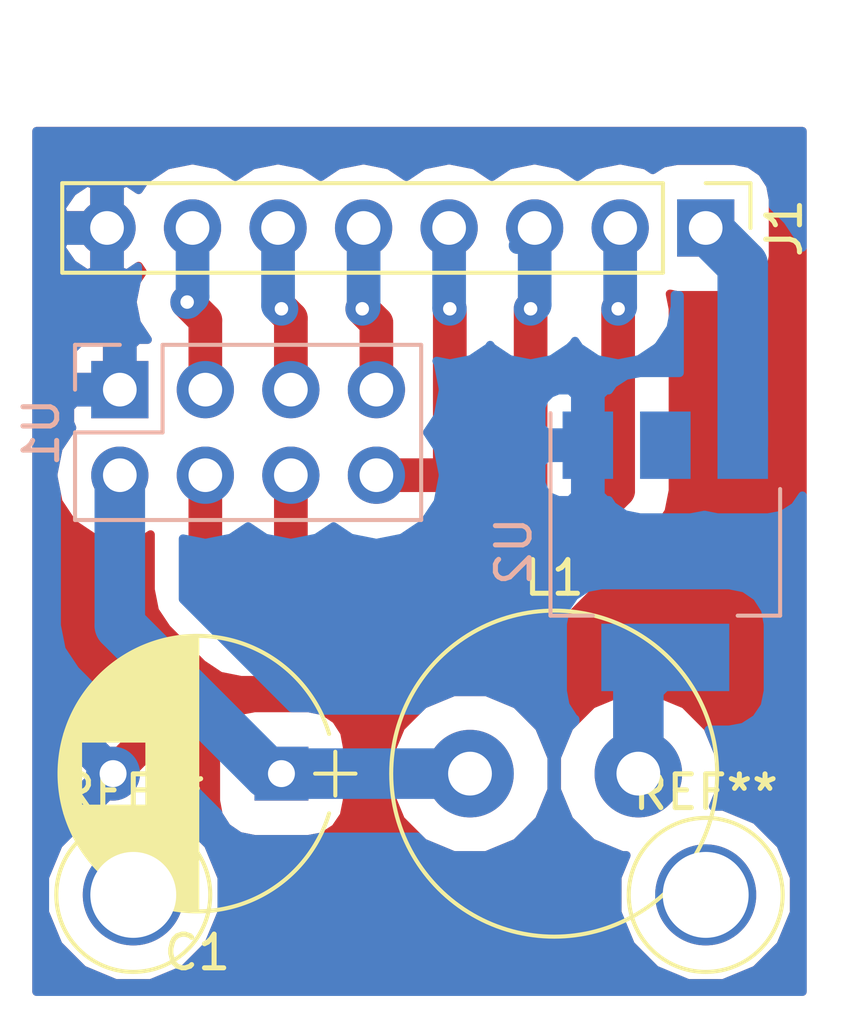
<source format=kicad_pcb>
(kicad_pcb (version 4) (host pcbnew 4.0.7-e2-6376~61~ubuntu18.04.1)

  (general
    (links 14)
    (no_connects 1)
    (area 0 0 0 0)
    (thickness 1.6)
    (drawings 0)
    (tracks 46)
    (zones 0)
    (modules 7)
    (nets 11)
  )

  (page A4)
  (layers
    (0 F.Cu signal)
    (31 B.Cu signal)
    (32 B.Adhes user)
    (33 F.Adhes user)
    (34 B.Paste user)
    (35 F.Paste user)
    (36 B.SilkS user hide)
    (37 F.SilkS user hide)
    (38 B.Mask user hide)
    (39 F.Mask user hide)
    (40 Dwgs.User user hide)
    (41 Cmts.User user hide)
    (42 Eco1.User user hide)
    (43 Eco2.User user hide)
    (44 Edge.Cuts user)
    (45 Margin user)
    (46 B.CrtYd user)
    (47 F.CrtYd user)
    (48 B.Fab user)
    (49 F.Fab user)
  )

  (setup
    (last_trace_width 1)
    (user_trace_width 0.5)
    (user_trace_width 0.75)
    (user_trace_width 1)
    (user_trace_width 1.25)
    (user_trace_width 1.5)
    (trace_clearance 0.2)
    (zone_clearance 1)
    (zone_45_only no)
    (trace_min 0.2)
    (segment_width 0.2)
    (edge_width 0.15)
    (via_size 0.6)
    (via_drill 0.4)
    (via_min_size 0.4)
    (via_min_drill 0.3)
    (uvia_size 0.3)
    (uvia_drill 0.1)
    (uvias_allowed no)
    (uvia_min_size 0.2)
    (uvia_min_drill 0.1)
    (pcb_text_width 0.3)
    (pcb_text_size 1.5 1.5)
    (mod_edge_width 0.15)
    (mod_text_size 1 1)
    (mod_text_width 0.15)
    (pad_size 3 3)
    (pad_drill 2.55)
    (pad_to_mask_clearance 0.2)
    (aux_axis_origin 0 0)
    (visible_elements FFFFFF1F)
    (pcbplotparams
      (layerselection 0x00030_80000001)
      (usegerberextensions false)
      (excludeedgelayer true)
      (linewidth 0.100000)
      (plotframeref false)
      (viasonmask false)
      (mode 1)
      (useauxorigin false)
      (hpglpennumber 1)
      (hpglpenspeed 20)
      (hpglpendiameter 15)
      (hpglpenoverlay 2)
      (psnegative false)
      (psa4output false)
      (plotreference true)
      (plotvalue true)
      (plotinvisibletext false)
      (padsonsilk false)
      (subtractmaskfromsilk false)
      (outputformat 1)
      (mirror false)
      (drillshape 1)
      (scaleselection 1)
      (outputdirectory ""))
  )

  (net 0 "")
  (net 1 +3V3)
  (net 2 GND)
  (net 3 +5V)
  (net 4 "Net-(J1-Pad2)")
  (net 5 "Net-(J1-Pad3)")
  (net 6 "Net-(J1-Pad4)")
  (net 7 "Net-(J1-Pad5)")
  (net 8 "Net-(J1-Pad6)")
  (net 9 "Net-(J1-Pad7)")
  (net 10 "Net-(L1-Pad2)")

  (net_class Default "This is the default net class."
    (clearance 0.2)
    (trace_width 0.25)
    (via_dia 0.6)
    (via_drill 0.4)
    (uvia_dia 0.3)
    (uvia_drill 0.1)
    (add_net +3V3)
    (add_net +5V)
    (add_net GND)
    (add_net "Net-(J1-Pad2)")
    (add_net "Net-(J1-Pad3)")
    (add_net "Net-(J1-Pad4)")
    (add_net "Net-(J1-Pad5)")
    (add_net "Net-(J1-Pad6)")
    (add_net "Net-(J1-Pad7)")
    (add_net "Net-(L1-Pad2)")
  )

  (module Capacitors_THT:CP_Radial_D8.0mm_P5.00mm (layer F.Cu) (tedit 597BC7C2) (tstamp 5BC1D498)
    (at 126.6 116.8 180)
    (descr "CP, Radial series, Radial, pin pitch=5.00mm, , diameter=8mm, Electrolytic Capacitor")
    (tags "CP Radial series Radial pin pitch 5.00mm  diameter 8mm Electrolytic Capacitor")
    (path /5BC1F5D0)
    (fp_text reference C1 (at 2.5 -5.31 180) (layer F.SilkS)
      (effects (font (size 1 1) (thickness 0.15)))
    )
    (fp_text value CP (at 2.5 5.31 180) (layer F.Fab)
      (effects (font (size 1 1) (thickness 0.15)))
    )
    (fp_arc (start 2.5 0) (end -1.416082 -1.18) (angle 146.5) (layer F.SilkS) (width 0.12))
    (fp_arc (start 2.5 0) (end -1.416082 1.18) (angle -146.5) (layer F.SilkS) (width 0.12))
    (fp_arc (start 2.5 0) (end 6.416082 -1.18) (angle 33.5) (layer F.SilkS) (width 0.12))
    (fp_circle (center 2.5 0) (end 6.5 0) (layer F.Fab) (width 0.1))
    (fp_line (start -2.2 0) (end -1 0) (layer F.Fab) (width 0.1))
    (fp_line (start -1.6 -0.65) (end -1.6 0.65) (layer F.Fab) (width 0.1))
    (fp_line (start 2.5 -4.05) (end 2.5 4.05) (layer F.SilkS) (width 0.12))
    (fp_line (start 2.54 -4.05) (end 2.54 4.05) (layer F.SilkS) (width 0.12))
    (fp_line (start 2.58 -4.05) (end 2.58 4.05) (layer F.SilkS) (width 0.12))
    (fp_line (start 2.62 -4.049) (end 2.62 4.049) (layer F.SilkS) (width 0.12))
    (fp_line (start 2.66 -4.047) (end 2.66 4.047) (layer F.SilkS) (width 0.12))
    (fp_line (start 2.7 -4.046) (end 2.7 4.046) (layer F.SilkS) (width 0.12))
    (fp_line (start 2.74 -4.043) (end 2.74 4.043) (layer F.SilkS) (width 0.12))
    (fp_line (start 2.78 -4.041) (end 2.78 4.041) (layer F.SilkS) (width 0.12))
    (fp_line (start 2.82 -4.038) (end 2.82 4.038) (layer F.SilkS) (width 0.12))
    (fp_line (start 2.86 -4.035) (end 2.86 4.035) (layer F.SilkS) (width 0.12))
    (fp_line (start 2.9 -4.031) (end 2.9 4.031) (layer F.SilkS) (width 0.12))
    (fp_line (start 2.94 -4.027) (end 2.94 4.027) (layer F.SilkS) (width 0.12))
    (fp_line (start 2.98 -4.022) (end 2.98 4.022) (layer F.SilkS) (width 0.12))
    (fp_line (start 3.02 -4.017) (end 3.02 4.017) (layer F.SilkS) (width 0.12))
    (fp_line (start 3.06 -4.012) (end 3.06 4.012) (layer F.SilkS) (width 0.12))
    (fp_line (start 3.1 -4.006) (end 3.1 4.006) (layer F.SilkS) (width 0.12))
    (fp_line (start 3.14 -4) (end 3.14 4) (layer F.SilkS) (width 0.12))
    (fp_line (start 3.18 -3.994) (end 3.18 3.994) (layer F.SilkS) (width 0.12))
    (fp_line (start 3.221 -3.987) (end 3.221 3.987) (layer F.SilkS) (width 0.12))
    (fp_line (start 3.261 -3.979) (end 3.261 3.979) (layer F.SilkS) (width 0.12))
    (fp_line (start 3.301 -3.971) (end 3.301 3.971) (layer F.SilkS) (width 0.12))
    (fp_line (start 3.341 -3.963) (end 3.341 3.963) (layer F.SilkS) (width 0.12))
    (fp_line (start 3.381 -3.955) (end 3.381 3.955) (layer F.SilkS) (width 0.12))
    (fp_line (start 3.421 -3.946) (end 3.421 3.946) (layer F.SilkS) (width 0.12))
    (fp_line (start 3.461 -3.936) (end 3.461 3.936) (layer F.SilkS) (width 0.12))
    (fp_line (start 3.501 -3.926) (end 3.501 3.926) (layer F.SilkS) (width 0.12))
    (fp_line (start 3.541 -3.916) (end 3.541 3.916) (layer F.SilkS) (width 0.12))
    (fp_line (start 3.581 -3.905) (end 3.581 3.905) (layer F.SilkS) (width 0.12))
    (fp_line (start 3.621 -3.894) (end 3.621 3.894) (layer F.SilkS) (width 0.12))
    (fp_line (start 3.661 -3.883) (end 3.661 3.883) (layer F.SilkS) (width 0.12))
    (fp_line (start 3.701 -3.87) (end 3.701 3.87) (layer F.SilkS) (width 0.12))
    (fp_line (start 3.741 -3.858) (end 3.741 3.858) (layer F.SilkS) (width 0.12))
    (fp_line (start 3.781 -3.845) (end 3.781 3.845) (layer F.SilkS) (width 0.12))
    (fp_line (start 3.821 -3.832) (end 3.821 3.832) (layer F.SilkS) (width 0.12))
    (fp_line (start 3.861 -3.818) (end 3.861 3.818) (layer F.SilkS) (width 0.12))
    (fp_line (start 3.901 -3.803) (end 3.901 3.803) (layer F.SilkS) (width 0.12))
    (fp_line (start 3.941 -3.789) (end 3.941 3.789) (layer F.SilkS) (width 0.12))
    (fp_line (start 3.981 -3.773) (end 3.981 3.773) (layer F.SilkS) (width 0.12))
    (fp_line (start 4.021 -3.758) (end 4.021 -0.98) (layer F.SilkS) (width 0.12))
    (fp_line (start 4.021 0.98) (end 4.021 3.758) (layer F.SilkS) (width 0.12))
    (fp_line (start 4.061 -3.741) (end 4.061 -0.98) (layer F.SilkS) (width 0.12))
    (fp_line (start 4.061 0.98) (end 4.061 3.741) (layer F.SilkS) (width 0.12))
    (fp_line (start 4.101 -3.725) (end 4.101 -0.98) (layer F.SilkS) (width 0.12))
    (fp_line (start 4.101 0.98) (end 4.101 3.725) (layer F.SilkS) (width 0.12))
    (fp_line (start 4.141 -3.707) (end 4.141 -0.98) (layer F.SilkS) (width 0.12))
    (fp_line (start 4.141 0.98) (end 4.141 3.707) (layer F.SilkS) (width 0.12))
    (fp_line (start 4.181 -3.69) (end 4.181 -0.98) (layer F.SilkS) (width 0.12))
    (fp_line (start 4.181 0.98) (end 4.181 3.69) (layer F.SilkS) (width 0.12))
    (fp_line (start 4.221 -3.671) (end 4.221 -0.98) (layer F.SilkS) (width 0.12))
    (fp_line (start 4.221 0.98) (end 4.221 3.671) (layer F.SilkS) (width 0.12))
    (fp_line (start 4.261 -3.652) (end 4.261 -0.98) (layer F.SilkS) (width 0.12))
    (fp_line (start 4.261 0.98) (end 4.261 3.652) (layer F.SilkS) (width 0.12))
    (fp_line (start 4.301 -3.633) (end 4.301 -0.98) (layer F.SilkS) (width 0.12))
    (fp_line (start 4.301 0.98) (end 4.301 3.633) (layer F.SilkS) (width 0.12))
    (fp_line (start 4.341 -3.613) (end 4.341 -0.98) (layer F.SilkS) (width 0.12))
    (fp_line (start 4.341 0.98) (end 4.341 3.613) (layer F.SilkS) (width 0.12))
    (fp_line (start 4.381 -3.593) (end 4.381 -0.98) (layer F.SilkS) (width 0.12))
    (fp_line (start 4.381 0.98) (end 4.381 3.593) (layer F.SilkS) (width 0.12))
    (fp_line (start 4.421 -3.572) (end 4.421 -0.98) (layer F.SilkS) (width 0.12))
    (fp_line (start 4.421 0.98) (end 4.421 3.572) (layer F.SilkS) (width 0.12))
    (fp_line (start 4.461 -3.55) (end 4.461 -0.98) (layer F.SilkS) (width 0.12))
    (fp_line (start 4.461 0.98) (end 4.461 3.55) (layer F.SilkS) (width 0.12))
    (fp_line (start 4.501 -3.528) (end 4.501 -0.98) (layer F.SilkS) (width 0.12))
    (fp_line (start 4.501 0.98) (end 4.501 3.528) (layer F.SilkS) (width 0.12))
    (fp_line (start 4.541 -3.505) (end 4.541 -0.98) (layer F.SilkS) (width 0.12))
    (fp_line (start 4.541 0.98) (end 4.541 3.505) (layer F.SilkS) (width 0.12))
    (fp_line (start 4.581 -3.482) (end 4.581 -0.98) (layer F.SilkS) (width 0.12))
    (fp_line (start 4.581 0.98) (end 4.581 3.482) (layer F.SilkS) (width 0.12))
    (fp_line (start 4.621 -3.458) (end 4.621 -0.98) (layer F.SilkS) (width 0.12))
    (fp_line (start 4.621 0.98) (end 4.621 3.458) (layer F.SilkS) (width 0.12))
    (fp_line (start 4.661 -3.434) (end 4.661 -0.98) (layer F.SilkS) (width 0.12))
    (fp_line (start 4.661 0.98) (end 4.661 3.434) (layer F.SilkS) (width 0.12))
    (fp_line (start 4.701 -3.408) (end 4.701 -0.98) (layer F.SilkS) (width 0.12))
    (fp_line (start 4.701 0.98) (end 4.701 3.408) (layer F.SilkS) (width 0.12))
    (fp_line (start 4.741 -3.383) (end 4.741 -0.98) (layer F.SilkS) (width 0.12))
    (fp_line (start 4.741 0.98) (end 4.741 3.383) (layer F.SilkS) (width 0.12))
    (fp_line (start 4.781 -3.356) (end 4.781 -0.98) (layer F.SilkS) (width 0.12))
    (fp_line (start 4.781 0.98) (end 4.781 3.356) (layer F.SilkS) (width 0.12))
    (fp_line (start 4.821 -3.329) (end 4.821 -0.98) (layer F.SilkS) (width 0.12))
    (fp_line (start 4.821 0.98) (end 4.821 3.329) (layer F.SilkS) (width 0.12))
    (fp_line (start 4.861 -3.301) (end 4.861 -0.98) (layer F.SilkS) (width 0.12))
    (fp_line (start 4.861 0.98) (end 4.861 3.301) (layer F.SilkS) (width 0.12))
    (fp_line (start 4.901 -3.272) (end 4.901 -0.98) (layer F.SilkS) (width 0.12))
    (fp_line (start 4.901 0.98) (end 4.901 3.272) (layer F.SilkS) (width 0.12))
    (fp_line (start 4.941 -3.243) (end 4.941 -0.98) (layer F.SilkS) (width 0.12))
    (fp_line (start 4.941 0.98) (end 4.941 3.243) (layer F.SilkS) (width 0.12))
    (fp_line (start 4.981 -3.213) (end 4.981 -0.98) (layer F.SilkS) (width 0.12))
    (fp_line (start 4.981 0.98) (end 4.981 3.213) (layer F.SilkS) (width 0.12))
    (fp_line (start 5.021 -3.182) (end 5.021 -0.98) (layer F.SilkS) (width 0.12))
    (fp_line (start 5.021 0.98) (end 5.021 3.182) (layer F.SilkS) (width 0.12))
    (fp_line (start 5.061 -3.15) (end 5.061 -0.98) (layer F.SilkS) (width 0.12))
    (fp_line (start 5.061 0.98) (end 5.061 3.15) (layer F.SilkS) (width 0.12))
    (fp_line (start 5.101 -3.118) (end 5.101 -0.98) (layer F.SilkS) (width 0.12))
    (fp_line (start 5.101 0.98) (end 5.101 3.118) (layer F.SilkS) (width 0.12))
    (fp_line (start 5.141 -3.084) (end 5.141 -0.98) (layer F.SilkS) (width 0.12))
    (fp_line (start 5.141 0.98) (end 5.141 3.084) (layer F.SilkS) (width 0.12))
    (fp_line (start 5.181 -3.05) (end 5.181 -0.98) (layer F.SilkS) (width 0.12))
    (fp_line (start 5.181 0.98) (end 5.181 3.05) (layer F.SilkS) (width 0.12))
    (fp_line (start 5.221 -3.015) (end 5.221 -0.98) (layer F.SilkS) (width 0.12))
    (fp_line (start 5.221 0.98) (end 5.221 3.015) (layer F.SilkS) (width 0.12))
    (fp_line (start 5.261 -2.979) (end 5.261 -0.98) (layer F.SilkS) (width 0.12))
    (fp_line (start 5.261 0.98) (end 5.261 2.979) (layer F.SilkS) (width 0.12))
    (fp_line (start 5.301 -2.942) (end 5.301 -0.98) (layer F.SilkS) (width 0.12))
    (fp_line (start 5.301 0.98) (end 5.301 2.942) (layer F.SilkS) (width 0.12))
    (fp_line (start 5.341 -2.904) (end 5.341 -0.98) (layer F.SilkS) (width 0.12))
    (fp_line (start 5.341 0.98) (end 5.341 2.904) (layer F.SilkS) (width 0.12))
    (fp_line (start 5.381 -2.865) (end 5.381 -0.98) (layer F.SilkS) (width 0.12))
    (fp_line (start 5.381 0.98) (end 5.381 2.865) (layer F.SilkS) (width 0.12))
    (fp_line (start 5.421 -2.824) (end 5.421 -0.98) (layer F.SilkS) (width 0.12))
    (fp_line (start 5.421 0.98) (end 5.421 2.824) (layer F.SilkS) (width 0.12))
    (fp_line (start 5.461 -2.783) (end 5.461 -0.98) (layer F.SilkS) (width 0.12))
    (fp_line (start 5.461 0.98) (end 5.461 2.783) (layer F.SilkS) (width 0.12))
    (fp_line (start 5.501 -2.74) (end 5.501 -0.98) (layer F.SilkS) (width 0.12))
    (fp_line (start 5.501 0.98) (end 5.501 2.74) (layer F.SilkS) (width 0.12))
    (fp_line (start 5.541 -2.697) (end 5.541 -0.98) (layer F.SilkS) (width 0.12))
    (fp_line (start 5.541 0.98) (end 5.541 2.697) (layer F.SilkS) (width 0.12))
    (fp_line (start 5.581 -2.652) (end 5.581 -0.98) (layer F.SilkS) (width 0.12))
    (fp_line (start 5.581 0.98) (end 5.581 2.652) (layer F.SilkS) (width 0.12))
    (fp_line (start 5.621 -2.605) (end 5.621 -0.98) (layer F.SilkS) (width 0.12))
    (fp_line (start 5.621 0.98) (end 5.621 2.605) (layer F.SilkS) (width 0.12))
    (fp_line (start 5.661 -2.557) (end 5.661 -0.98) (layer F.SilkS) (width 0.12))
    (fp_line (start 5.661 0.98) (end 5.661 2.557) (layer F.SilkS) (width 0.12))
    (fp_line (start 5.701 -2.508) (end 5.701 -0.98) (layer F.SilkS) (width 0.12))
    (fp_line (start 5.701 0.98) (end 5.701 2.508) (layer F.SilkS) (width 0.12))
    (fp_line (start 5.741 -2.457) (end 5.741 -0.98) (layer F.SilkS) (width 0.12))
    (fp_line (start 5.741 0.98) (end 5.741 2.457) (layer F.SilkS) (width 0.12))
    (fp_line (start 5.781 -2.404) (end 5.781 -0.98) (layer F.SilkS) (width 0.12))
    (fp_line (start 5.781 0.98) (end 5.781 2.404) (layer F.SilkS) (width 0.12))
    (fp_line (start 5.821 -2.349) (end 5.821 -0.98) (layer F.SilkS) (width 0.12))
    (fp_line (start 5.821 0.98) (end 5.821 2.349) (layer F.SilkS) (width 0.12))
    (fp_line (start 5.861 -2.293) (end 5.861 -0.98) (layer F.SilkS) (width 0.12))
    (fp_line (start 5.861 0.98) (end 5.861 2.293) (layer F.SilkS) (width 0.12))
    (fp_line (start 5.901 -2.234) (end 5.901 -0.98) (layer F.SilkS) (width 0.12))
    (fp_line (start 5.901 0.98) (end 5.901 2.234) (layer F.SilkS) (width 0.12))
    (fp_line (start 5.941 -2.173) (end 5.941 -0.98) (layer F.SilkS) (width 0.12))
    (fp_line (start 5.941 0.98) (end 5.941 2.173) (layer F.SilkS) (width 0.12))
    (fp_line (start 5.981 -2.109) (end 5.981 2.109) (layer F.SilkS) (width 0.12))
    (fp_line (start 6.021 -2.043) (end 6.021 2.043) (layer F.SilkS) (width 0.12))
    (fp_line (start 6.061 -1.974) (end 6.061 1.974) (layer F.SilkS) (width 0.12))
    (fp_line (start 6.101 -1.902) (end 6.101 1.902) (layer F.SilkS) (width 0.12))
    (fp_line (start 6.141 -1.826) (end 6.141 1.826) (layer F.SilkS) (width 0.12))
    (fp_line (start 6.181 -1.745) (end 6.181 1.745) (layer F.SilkS) (width 0.12))
    (fp_line (start 6.221 -1.66) (end 6.221 1.66) (layer F.SilkS) (width 0.12))
    (fp_line (start 6.261 -1.57) (end 6.261 1.57) (layer F.SilkS) (width 0.12))
    (fp_line (start 6.301 -1.473) (end 6.301 1.473) (layer F.SilkS) (width 0.12))
    (fp_line (start 6.341 -1.369) (end 6.341 1.369) (layer F.SilkS) (width 0.12))
    (fp_line (start 6.381 -1.254) (end 6.381 1.254) (layer F.SilkS) (width 0.12))
    (fp_line (start 6.421 -1.127) (end 6.421 1.127) (layer F.SilkS) (width 0.12))
    (fp_line (start 6.461 -0.983) (end 6.461 0.983) (layer F.SilkS) (width 0.12))
    (fp_line (start 6.501 -0.814) (end 6.501 0.814) (layer F.SilkS) (width 0.12))
    (fp_line (start 6.541 -0.598) (end 6.541 0.598) (layer F.SilkS) (width 0.12))
    (fp_line (start 6.581 -0.246) (end 6.581 0.246) (layer F.SilkS) (width 0.12))
    (fp_line (start -2.2 0) (end -1 0) (layer F.SilkS) (width 0.12))
    (fp_line (start -1.6 -0.65) (end -1.6 0.65) (layer F.SilkS) (width 0.12))
    (fp_line (start -1.85 -4.35) (end -1.85 4.35) (layer F.CrtYd) (width 0.05))
    (fp_line (start -1.85 4.35) (end 6.85 4.35) (layer F.CrtYd) (width 0.05))
    (fp_line (start 6.85 4.35) (end 6.85 -4.35) (layer F.CrtYd) (width 0.05))
    (fp_line (start 6.85 -4.35) (end -1.85 -4.35) (layer F.CrtYd) (width 0.05))
    (fp_text user %R (at 2.5 0 180) (layer F.Fab)
      (effects (font (size 1 1) (thickness 0.15)))
    )
    (pad 1 thru_hole rect (at 0 0 180) (size 1.6 1.6) (drill 0.8) (layers *.Cu *.Mask)
      (net 1 +3V3))
    (pad 2 thru_hole circle (at 5 0 180) (size 1.6 1.6) (drill 0.8) (layers *.Cu *.Mask)
      (net 2 GND))
    (model ${KISYS3DMOD}/Capacitors_THT.3dshapes/CP_Radial_D8.0mm_P5.00mm.wrl
      (at (xyz 0 0 0))
      (scale (xyz 1 1 1))
      (rotate (xyz 0 0 0))
    )
  )

  (module Pin_Headers:Pin_Header_Straight_1x08_Pitch2.54mm (layer F.Cu) (tedit 59650532) (tstamp 5BC1D4A4)
    (at 139.2 100.6 270)
    (descr "Through hole straight pin header, 1x08, 2.54mm pitch, single row")
    (tags "Through hole pin header THT 1x08 2.54mm single row")
    (path /5BC1F247)
    (fp_text reference J1 (at 0 -2.33 270) (layer F.SilkS)
      (effects (font (size 1 1) (thickness 0.15)))
    )
    (fp_text value Conn_01x08_Male (at 0 20.11 270) (layer F.Fab)
      (effects (font (size 1 1) (thickness 0.15)))
    )
    (fp_line (start -0.635 -1.27) (end 1.27 -1.27) (layer F.Fab) (width 0.1))
    (fp_line (start 1.27 -1.27) (end 1.27 19.05) (layer F.Fab) (width 0.1))
    (fp_line (start 1.27 19.05) (end -1.27 19.05) (layer F.Fab) (width 0.1))
    (fp_line (start -1.27 19.05) (end -1.27 -0.635) (layer F.Fab) (width 0.1))
    (fp_line (start -1.27 -0.635) (end -0.635 -1.27) (layer F.Fab) (width 0.1))
    (fp_line (start -1.33 19.11) (end 1.33 19.11) (layer F.SilkS) (width 0.12))
    (fp_line (start -1.33 1.27) (end -1.33 19.11) (layer F.SilkS) (width 0.12))
    (fp_line (start 1.33 1.27) (end 1.33 19.11) (layer F.SilkS) (width 0.12))
    (fp_line (start -1.33 1.27) (end 1.33 1.27) (layer F.SilkS) (width 0.12))
    (fp_line (start -1.33 0) (end -1.33 -1.33) (layer F.SilkS) (width 0.12))
    (fp_line (start -1.33 -1.33) (end 0 -1.33) (layer F.SilkS) (width 0.12))
    (fp_line (start -1.8 -1.8) (end -1.8 19.55) (layer F.CrtYd) (width 0.05))
    (fp_line (start -1.8 19.55) (end 1.8 19.55) (layer F.CrtYd) (width 0.05))
    (fp_line (start 1.8 19.55) (end 1.8 -1.8) (layer F.CrtYd) (width 0.05))
    (fp_line (start 1.8 -1.8) (end -1.8 -1.8) (layer F.CrtYd) (width 0.05))
    (fp_text user %R (at 0 8.89 360) (layer F.Fab)
      (effects (font (size 1 1) (thickness 0.15)))
    )
    (pad 1 thru_hole rect (at 0 0 270) (size 1.7 1.7) (drill 1) (layers *.Cu *.Mask)
      (net 3 +5V))
    (pad 2 thru_hole oval (at 0 2.54 270) (size 1.7 1.7) (drill 1) (layers *.Cu *.Mask)
      (net 4 "Net-(J1-Pad2)"))
    (pad 3 thru_hole oval (at 0 5.08 270) (size 1.7 1.7) (drill 1) (layers *.Cu *.Mask)
      (net 5 "Net-(J1-Pad3)"))
    (pad 4 thru_hole oval (at 0 7.62 270) (size 1.7 1.7) (drill 1) (layers *.Cu *.Mask)
      (net 6 "Net-(J1-Pad4)"))
    (pad 5 thru_hole oval (at 0 10.16 270) (size 1.7 1.7) (drill 1) (layers *.Cu *.Mask)
      (net 7 "Net-(J1-Pad5)"))
    (pad 6 thru_hole oval (at 0 12.7 270) (size 1.7 1.7) (drill 1) (layers *.Cu *.Mask)
      (net 8 "Net-(J1-Pad6)"))
    (pad 7 thru_hole oval (at 0 15.24 270) (size 1.7 1.7) (drill 1) (layers *.Cu *.Mask)
      (net 9 "Net-(J1-Pad7)"))
    (pad 8 thru_hole oval (at 0 17.78 270) (size 1.7 1.7) (drill 1) (layers *.Cu *.Mask)
      (net 2 GND))
    (model ${KISYS3DMOD}/Pin_Headers.3dshapes/Pin_Header_Straight_1x08_Pitch2.54mm.wrl
      (at (xyz 0 0 0))
      (scale (xyz 1 1 1))
      (rotate (xyz 0 0 0))
    )
  )

  (module Inductors_THT:L_Radial_D9.5mm_P5.00mm_Fastron_07HVP (layer F.Cu) (tedit 587E3FCE) (tstamp 5BC1D4AA)
    (at 132.2 116.8)
    (descr "L, Radial series, Radial, pin pitch=5.00mm, , diameter=9.5mm, Fastron, 07HVP, http://www.fastrongroup.com/image-show/107/07HVP%2007HVP_T.pdf?type=Complete-DataSheet&productType=series")
    (tags "L Radial series Radial pin pitch 5.00mm  diameter 9.5mm Fastron 07HVP")
    (path /5BC1F639)
    (fp_text reference L1 (at 2.5 -5.81) (layer F.SilkS)
      (effects (font (size 1 1) (thickness 0.15)))
    )
    (fp_text value L (at 2.5 5.81) (layer F.Fab)
      (effects (font (size 1 1) (thickness 0.15)))
    )
    (fp_circle (center 2.5 0) (end 7.25 0) (layer F.Fab) (width 0.1))
    (fp_circle (center 2.5 0) (end 7.34 0) (layer F.SilkS) (width 0.12))
    (fp_line (start -2.6 -5.1) (end -2.6 5.1) (layer F.CrtYd) (width 0.05))
    (fp_line (start -2.6 5.1) (end 7.6 5.1) (layer F.CrtYd) (width 0.05))
    (fp_line (start 7.6 5.1) (end 7.6 -5.1) (layer F.CrtYd) (width 0.05))
    (fp_line (start 7.6 -5.1) (end -2.6 -5.1) (layer F.CrtYd) (width 0.05))
    (pad 1 thru_hole circle (at 0 0) (size 2.6 2.6) (drill 1.3) (layers *.Cu *.Mask)
      (net 1 +3V3))
    (pad 2 thru_hole circle (at 5 0) (size 2.6 2.6) (drill 1.3) (layers *.Cu *.Mask)
      (net 10 "Net-(L1-Pad2)"))
    (model Inductors_THT.3dshapes/L_Radial_D9.5mm_P5.00mm_Fastron_07HVP.wrl
      (at (xyz 0 0 0))
      (scale (xyz 0.393701 0.393701 0.393701))
      (rotate (xyz 0 0 0))
    )
  )

  (module Pin_Headers:Pin_Header_Straight_2x04_Pitch2.54mm (layer B.Cu) (tedit 59650532) (tstamp 5BC1D4B6)
    (at 121.8 105.4 270)
    (descr "Through hole straight pin header, 2x04, 2.54mm pitch, double rows")
    (tags "Through hole pin header THT 2x04 2.54mm double row")
    (path /5BC1F1F0)
    (fp_text reference U1 (at 1.27 2.33 270) (layer B.SilkS)
      (effects (font (size 1 1) (thickness 0.15)) (justify mirror))
    )
    (fp_text value nRF24L01+ (at 1.27 -9.95 270) (layer B.Fab)
      (effects (font (size 1 1) (thickness 0.15)) (justify mirror))
    )
    (fp_line (start 0 1.27) (end 3.81 1.27) (layer B.Fab) (width 0.1))
    (fp_line (start 3.81 1.27) (end 3.81 -8.89) (layer B.Fab) (width 0.1))
    (fp_line (start 3.81 -8.89) (end -1.27 -8.89) (layer B.Fab) (width 0.1))
    (fp_line (start -1.27 -8.89) (end -1.27 0) (layer B.Fab) (width 0.1))
    (fp_line (start -1.27 0) (end 0 1.27) (layer B.Fab) (width 0.1))
    (fp_line (start -1.33 -8.95) (end 3.87 -8.95) (layer B.SilkS) (width 0.12))
    (fp_line (start -1.33 -1.27) (end -1.33 -8.95) (layer B.SilkS) (width 0.12))
    (fp_line (start 3.87 1.33) (end 3.87 -8.95) (layer B.SilkS) (width 0.12))
    (fp_line (start -1.33 -1.27) (end 1.27 -1.27) (layer B.SilkS) (width 0.12))
    (fp_line (start 1.27 -1.27) (end 1.27 1.33) (layer B.SilkS) (width 0.12))
    (fp_line (start 1.27 1.33) (end 3.87 1.33) (layer B.SilkS) (width 0.12))
    (fp_line (start -1.33 0) (end -1.33 1.33) (layer B.SilkS) (width 0.12))
    (fp_line (start -1.33 1.33) (end 0 1.33) (layer B.SilkS) (width 0.12))
    (fp_line (start -1.8 1.8) (end -1.8 -9.4) (layer B.CrtYd) (width 0.05))
    (fp_line (start -1.8 -9.4) (end 4.35 -9.4) (layer B.CrtYd) (width 0.05))
    (fp_line (start 4.35 -9.4) (end 4.35 1.8) (layer B.CrtYd) (width 0.05))
    (fp_line (start 4.35 1.8) (end -1.8 1.8) (layer B.CrtYd) (width 0.05))
    (fp_text user %R (at 1.27 -3.81 540) (layer B.Fab)
      (effects (font (size 1 1) (thickness 0.15)) (justify mirror))
    )
    (pad 1 thru_hole rect (at 0 0 270) (size 1.7 1.7) (drill 1) (layers *.Cu *.Mask)
      (net 2 GND))
    (pad 2 thru_hole oval (at 2.54 0 270) (size 1.7 1.7) (drill 1) (layers *.Cu *.Mask)
      (net 1 +3V3))
    (pad 3 thru_hole oval (at 0 -2.54 270) (size 1.7 1.7) (drill 1) (layers *.Cu *.Mask)
      (net 9 "Net-(J1-Pad7)"))
    (pad 4 thru_hole oval (at 2.54 -2.54 270) (size 1.7 1.7) (drill 1) (layers *.Cu *.Mask)
      (net 4 "Net-(J1-Pad2)"))
    (pad 5 thru_hole oval (at 0 -5.08 270) (size 1.7 1.7) (drill 1) (layers *.Cu *.Mask)
      (net 8 "Net-(J1-Pad6)"))
    (pad 6 thru_hole oval (at 2.54 -5.08 270) (size 1.7 1.7) (drill 1) (layers *.Cu *.Mask)
      (net 5 "Net-(J1-Pad3)"))
    (pad 7 thru_hole oval (at 0 -7.62 270) (size 1.7 1.7) (drill 1) (layers *.Cu *.Mask)
      (net 7 "Net-(J1-Pad5)"))
    (pad 8 thru_hole oval (at 2.54 -7.62 270) (size 1.7 1.7) (drill 1) (layers *.Cu *.Mask)
      (net 6 "Net-(J1-Pad4)"))
    (model ${KISYS3DMOD}/Pin_Headers.3dshapes/Pin_Header_Straight_2x04_Pitch2.54mm.wrl
      (at (xyz 0 0 0))
      (scale (xyz 1 1 1))
      (rotate (xyz 0 0 0))
    )
  )

  (module TO_SOT_Packages_SMD:SOT-223-3_TabPin2 (layer B.Cu) (tedit 58CE4E7E) (tstamp 5BC1D4BE)
    (at 138 110.2 270)
    (descr "module CMS SOT223 4 pins")
    (tags "CMS SOT")
    (path /5BC1F31B)
    (attr smd)
    (fp_text reference U2 (at 0 4.5 270) (layer B.SilkS)
      (effects (font (size 1 1) (thickness 0.15)) (justify mirror))
    )
    (fp_text value AP1117-33 (at 0 -4.5 270) (layer B.Fab)
      (effects (font (size 1 1) (thickness 0.15)) (justify mirror))
    )
    (fp_text user %R (at 0 0 540) (layer B.Fab)
      (effects (font (size 0.8 0.8) (thickness 0.12)) (justify mirror))
    )
    (fp_line (start 1.91 -3.41) (end 1.91 -2.15) (layer B.SilkS) (width 0.12))
    (fp_line (start 1.91 3.41) (end 1.91 2.15) (layer B.SilkS) (width 0.12))
    (fp_line (start 4.4 3.6) (end -4.4 3.6) (layer B.CrtYd) (width 0.05))
    (fp_line (start 4.4 -3.6) (end 4.4 3.6) (layer B.CrtYd) (width 0.05))
    (fp_line (start -4.4 -3.6) (end 4.4 -3.6) (layer B.CrtYd) (width 0.05))
    (fp_line (start -4.4 3.6) (end -4.4 -3.6) (layer B.CrtYd) (width 0.05))
    (fp_line (start -1.85 2.35) (end -0.85 3.35) (layer B.Fab) (width 0.1))
    (fp_line (start -1.85 2.35) (end -1.85 -3.35) (layer B.Fab) (width 0.1))
    (fp_line (start -1.85 -3.41) (end 1.91 -3.41) (layer B.SilkS) (width 0.12))
    (fp_line (start -0.85 3.35) (end 1.85 3.35) (layer B.Fab) (width 0.1))
    (fp_line (start -4.1 3.41) (end 1.91 3.41) (layer B.SilkS) (width 0.12))
    (fp_line (start -1.85 -3.35) (end 1.85 -3.35) (layer B.Fab) (width 0.1))
    (fp_line (start 1.85 3.35) (end 1.85 -3.35) (layer B.Fab) (width 0.1))
    (pad 2 smd rect (at 3.15 0 270) (size 2 3.8) (layers B.Cu B.Paste B.Mask)
      (net 10 "Net-(L1-Pad2)"))
    (pad 2 smd rect (at -3.15 0 270) (size 2 1.5) (layers B.Cu B.Paste B.Mask)
      (net 10 "Net-(L1-Pad2)"))
    (pad 3 smd rect (at -3.15 -2.3 270) (size 2 1.5) (layers B.Cu B.Paste B.Mask)
      (net 3 +5V))
    (pad 1 smd rect (at -3.15 2.3 270) (size 2 1.5) (layers B.Cu B.Paste B.Mask)
      (net 2 GND))
    (model ${KISYS3DMOD}/TO_SOT_Packages_SMD.3dshapes/SOT-223.wrl
      (at (xyz 0 0 0))
      (scale (xyz 1 1 1))
      (rotate (xyz 0 0 0))
    )
  )

  (module Connectors:1pin (layer F.Cu) (tedit 5BC328F4) (tstamp 5BC32815)
    (at 122.2 120.4)
    (descr "module 1 pin (ou trou mecanique de percage)")
    (tags DEV)
    (fp_text reference REF** (at 0 -3.048) (layer F.SilkS)
      (effects (font (size 1 1) (thickness 0.15)))
    )
    (fp_text value 1pin (at 0 3) (layer F.Fab)
      (effects (font (size 1 1) (thickness 0.15)))
    )
    (fp_circle (center 0 0) (end 2 0.8) (layer F.Fab) (width 0.1))
    (fp_circle (center 0 0) (end 2.6 0) (layer F.CrtYd) (width 0.05))
    (fp_circle (center 0 0) (end 0 -2.286) (layer F.SilkS) (width 0.12))
    (pad 1 thru_hole circle (at 0 0) (size 3 3) (drill 2.55) (layers *.Cu *.Mask))
  )

  (module Connectors:1pin (layer F.Cu) (tedit 5BC32973) (tstamp 5BC32958)
    (at 139.2 120.4)
    (descr "module 1 pin (ou trou mecanique de percage)")
    (tags DEV)
    (fp_text reference REF** (at 0 -3.048) (layer F.SilkS)
      (effects (font (size 1 1) (thickness 0.15)))
    )
    (fp_text value 1pin (at 0 3) (layer F.Fab)
      (effects (font (size 1 1) (thickness 0.15)))
    )
    (fp_circle (center 0 0) (end 2 0.8) (layer F.Fab) (width 0.1))
    (fp_circle (center 0 0) (end 2.6 0) (layer F.CrtYd) (width 0.05))
    (fp_circle (center 0 0) (end 0 -2.286) (layer F.SilkS) (width 0.12))
    (pad 1 thru_hole circle (at 0 0) (size 3 3) (drill 2.55) (layers *.Cu *.Mask))
  )

  (segment (start 126.6 116.8) (end 126.2 116.8) (width 1.5) (layer B.Cu) (net 1))
  (segment (start 126.2 116.8) (end 121.8 112.4) (width 1.5) (layer B.Cu) (net 1) (tstamp 5BC1D936))
  (segment (start 121.8 112.4) (end 121.8 107.94) (width 1.5) (layer B.Cu) (net 1) (tstamp 5BC1D937))
  (segment (start 132.2 116.8) (end 126.6 116.8) (width 1.5) (layer B.Cu) (net 1))
  (segment (start 140.3 107.05) (end 140.3 101.7) (width 1.5) (layer B.Cu) (net 3))
  (segment (start 140.3 101.7) (end 139.2 100.6) (width 1.5) (layer B.Cu) (net 3) (tstamp 5BC1D93A))
  (segment (start 124.34 107.94) (end 124.34 111.34) (width 1) (layer F.Cu) (net 4))
  (segment (start 136.66 102.94) (end 136.66 100.6) (width 1) (layer B.Cu) (net 4) (tstamp 5BC32A39))
  (segment (start 136.6 103) (end 136.66 102.94) (width 1) (layer B.Cu) (net 4) (tstamp 5BC32A38))
  (via (at 136.6 103) (size 0.6) (drill 0.4) (layers F.Cu B.Cu) (net 4))
  (segment (start 136.6 108.4) (end 136.6 103) (width 1) (layer F.Cu) (net 4) (tstamp 5BC32A33))
  (segment (start 132.6 112.4) (end 136.6 108.4) (width 1) (layer F.Cu) (net 4) (tstamp 5BC32A30))
  (segment (start 125.4 112.4) (end 132.6 112.4) (width 1) (layer F.Cu) (net 4) (tstamp 5BC32A2C))
  (segment (start 124.34 111.34) (end 125.4 112.4) (width 1) (layer F.Cu) (net 4) (tstamp 5BC32A2A))
  (segment (start 126.88 107.94) (end 126.88 110.08) (width 1) (layer F.Cu) (net 5) (status 400000))
  (segment (start 134.12 102.88) (end 134.12 100.6) (width 1) (layer B.Cu) (net 5) (tstamp 5BC32A79) (status 800000))
  (segment (start 134 103) (end 134.12 102.88) (width 1) (layer B.Cu) (net 5) (tstamp 5BC32A78))
  (via (at 134 103) (size 0.6) (drill 0.4) (layers F.Cu B.Cu) (net 5))
  (segment (start 134 108.4) (end 134 103) (width 1) (layer F.Cu) (net 5) (tstamp 5BC32A6E))
  (segment (start 131.6 110.8) (end 134 108.4) (width 1) (layer F.Cu) (net 5) (tstamp 5BC32A6C))
  (segment (start 127.6 110.8) (end 131.6 110.8) (width 1) (layer F.Cu) (net 5) (tstamp 5BC32A69))
  (segment (start 126.88 110.08) (end 127.6 110.8) (width 1) (layer F.Cu) (net 5) (tstamp 5BC32A5B))
  (segment (start 133.6 101.12) (end 134.12 100.6) (width 0.5) (layer B.Cu) (net 5) (tstamp 5BC1D968))
  (segment (start 129.42 107.94) (end 131.46 107.94) (width 1) (layer F.Cu) (net 6) (status 400000))
  (segment (start 131.58 102.98) (end 131.58 100.6) (width 1) (layer B.Cu) (net 6) (tstamp 5BC32A87) (status 800000))
  (segment (start 131.6 103) (end 131.58 102.98) (width 1) (layer B.Cu) (net 6) (tstamp 5BC32A86))
  (via (at 131.6 103) (size 0.6) (drill 0.4) (layers F.Cu B.Cu) (net 6))
  (segment (start 131.6 107.8) (end 131.6 103) (width 1) (layer F.Cu) (net 6) (tstamp 5BC32A7E))
  (segment (start 131.46 107.94) (end 131.6 107.8) (width 1) (layer F.Cu) (net 6) (tstamp 5BC32A7D))
  (segment (start 129.42 105.4) (end 129.42 103.42) (width 1) (layer F.Cu) (net 7))
  (segment (start 129.04 102.96) (end 129.04 100.6) (width 1) (layer B.Cu) (net 7) (tstamp 5BC329E2))
  (segment (start 129 103) (end 129.04 102.96) (width 1) (layer B.Cu) (net 7) (tstamp 5BC329E1))
  (via (at 129 103) (size 0.6) (drill 0.4) (layers F.Cu B.Cu) (net 7))
  (segment (start 129.42 103.42) (end 129 103) (width 1) (layer F.Cu) (net 7) (tstamp 5BC329DF))
  (segment (start 126.88 105.4) (end 126.88 103.28) (width 1) (layer F.Cu) (net 8))
  (segment (start 126.5 102.9) (end 126.5 100.6) (width 1) (layer B.Cu) (net 8) (tstamp 5BC329DC))
  (segment (start 126.6 103) (end 126.5 102.9) (width 1) (layer B.Cu) (net 8) (tstamp 5BC329DB))
  (via (at 126.6 103) (size 0.6) (drill 0.4) (layers F.Cu B.Cu) (net 8))
  (segment (start 126.88 103.28) (end 126.6 103) (width 1) (layer F.Cu) (net 8) (tstamp 5BC329D8))
  (segment (start 124.34 105.4) (end 124.34 103.34) (width 1) (layer F.Cu) (net 9))
  (segment (start 123.96 102.64) (end 123.96 100.6) (width 1) (layer B.Cu) (net 9) (tstamp 5BC329CE))
  (segment (start 123.8 102.8) (end 123.96 102.64) (width 1) (layer B.Cu) (net 9) (tstamp 5BC329CD))
  (via (at 123.8 102.8) (size 0.6) (drill 0.4) (layers F.Cu B.Cu) (net 9))
  (segment (start 124.34 103.34) (end 123.8 102.8) (width 1) (layer F.Cu) (net 9) (tstamp 5BC329CA))
  (segment (start 137.2 116.8) (end 137.2 114.15) (width 1.5) (layer B.Cu) (net 10))
  (segment (start 137.2 114.15) (end 138 113.35) (width 1.5) (layer B.Cu) (net 10) (tstamp 5BC1D931))

  (zone (net 2) (net_name GND) (layer B.Cu) (tstamp 5BC1D9BC) (hatch edge 0.508)
    (connect_pads (clearance 1))
    (min_thickness 0.254)
    (fill yes (arc_segments 16) (thermal_gap 0.508) (thermal_bridge_width 1))
    (polygon
      (pts
        (xy 142.2 123.4) (xy 119.2 123.4) (xy 119.2 97.6) (xy 142.2 97.6)
      )
    )
    (filled_polygon
      (pts
        (xy 142.073 101.177156) (xy 142.034122 100.981703) (xy 141.627239 100.372761) (xy 141.199079 99.944601) (xy 141.199079 99.75)
        (xy 141.120494 99.332359) (xy 140.873669 98.948781) (xy 140.497056 98.691452) (xy 140.05 98.600921) (xy 138.35 98.600921)
        (xy 137.932359 98.679506) (xy 137.627482 98.875688) (xy 137.416565 98.734758) (xy 136.66 98.584268) (xy 135.903435 98.734758)
        (xy 135.39 99.077824) (xy 134.876565 98.734758) (xy 134.12 98.584268) (xy 133.363435 98.734758) (xy 132.85 99.077824)
        (xy 132.336565 98.734758) (xy 131.58 98.584268) (xy 130.823435 98.734758) (xy 130.31 99.077824) (xy 129.796565 98.734758)
        (xy 129.04 98.584268) (xy 128.283435 98.734758) (xy 127.77 99.077824) (xy 127.256565 98.734758) (xy 126.5 98.584268)
        (xy 125.743435 98.734758) (xy 125.23 99.077824) (xy 124.716565 98.734758) (xy 123.96 98.584268) (xy 123.203435 98.734758)
        (xy 122.56205 99.163318) (xy 122.357873 99.46889) (xy 122.013265 99.238655) (xy 121.793 99.327282) (xy 121.793 100.227)
        (xy 121.813 100.227) (xy 121.813 100.973) (xy 121.793 100.973) (xy 121.793 101.872718) (xy 122.013265 101.961345)
        (xy 122.333 101.747728) (xy 122.333 102.123269) (xy 122.296848 102.177374) (xy 122.173 102.8) (xy 122.296848 103.422626)
        (xy 122.625841 103.915) (xy 122.33175 103.915) (xy 122.173 104.07375) (xy 122.173 105.027) (xy 122.193 105.027)
        (xy 122.193 105.773) (xy 122.173 105.773) (xy 122.173 105.793) (xy 121.427 105.793) (xy 121.427 105.773)
        (xy 120.47375 105.773) (xy 120.315 105.93175) (xy 120.315 106.376309) (xy 120.380789 106.535137) (xy 119.97349 107.144703)
        (xy 119.823 107.901268) (xy 119.823 107.978732) (xy 119.923 108.481466) (xy 119.923 112.4) (xy 120.065878 113.118297)
        (xy 120.472761 113.727239) (xy 122.309009 115.563487) (xy 122.220057 115.652439) (xy 122.129817 115.436184) (xy 121.567578 115.337246)
        (xy 121.070183 115.436184) (xy 120.979942 115.652441) (xy 121.6 116.272498) (xy 121.614142 116.258356) (xy 122.141644 116.785858)
        (xy 122.127502 116.8) (xy 122.141644 116.814142) (xy 121.614142 117.341644) (xy 121.6 117.327502) (xy 120.979942 117.947559)
        (xy 121.020567 118.044914) (xy 120.713868 118.171639) (xy 119.974236 118.909981) (xy 119.573457 119.875165) (xy 119.572545 120.92025)
        (xy 119.971639 121.886132) (xy 120.709981 122.625764) (xy 121.675165 123.026543) (xy 122.72025 123.027455) (xy 123.686132 122.628361)
        (xy 124.425764 121.890019) (xy 124.826543 120.924835) (xy 124.827455 119.87975) (xy 124.428361 118.913868) (xy 123.690019 118.174236)
        (xy 122.724835 117.773457) (xy 122.692207 117.773429) (xy 122.89657 117.569066) (xy 122.747561 117.420057) (xy 122.963816 117.329817)
        (xy 123.062754 116.767578) (xy 122.963816 116.270183) (xy 122.747561 116.179943) (xy 122.836513 116.090991) (xy 124.721705 117.976184)
        (xy 124.729506 118.017641) (xy 124.976331 118.401219) (xy 125.352944 118.658548) (xy 125.8 118.749079) (xy 127.4 118.749079)
        (xy 127.783065 118.677) (xy 130.644422 118.677) (xy 130.82342 118.856311) (xy 131.715122 119.226578) (xy 132.680642 119.227421)
        (xy 133.572989 118.85871) (xy 134.256311 118.17658) (xy 134.626578 117.284878) (xy 134.626581 117.280642) (xy 134.772579 117.280642)
        (xy 135.14129 118.172989) (xy 135.82342 118.856311) (xy 136.715122 119.226578) (xy 136.842727 119.226689) (xy 136.573457 119.875165)
        (xy 136.572545 120.92025) (xy 136.971639 121.886132) (xy 137.709981 122.625764) (xy 138.675165 123.026543) (xy 139.72025 123.027455)
        (xy 140.686132 122.628361) (xy 141.425764 121.890019) (xy 141.826543 120.924835) (xy 141.827455 119.87975) (xy 141.428361 118.913868)
        (xy 140.690019 118.174236) (xy 139.724835 117.773457) (xy 139.423811 117.773194) (xy 139.626578 117.284878) (xy 139.627421 116.319358)
        (xy 139.288488 115.499079) (xy 139.9 115.499079) (xy 140.317641 115.420494) (xy 140.701219 115.173669) (xy 140.958548 114.797056)
        (xy 141.049079 114.35) (xy 141.049079 112.35) (xy 140.970494 111.932359) (xy 140.723669 111.548781) (xy 140.347056 111.291452)
        (xy 139.9 111.200921) (xy 136.1 111.200921) (xy 135.682359 111.279506) (xy 135.298781 111.526331) (xy 135.041452 111.902944)
        (xy 134.950921 112.35) (xy 134.950921 114.35) (xy 135.029506 114.767641) (xy 135.276331 115.151219) (xy 135.323 115.183107)
        (xy 135.323 115.244422) (xy 135.143689 115.42342) (xy 134.773422 116.315122) (xy 134.772579 117.280642) (xy 134.626581 117.280642)
        (xy 134.627421 116.319358) (xy 134.25871 115.427011) (xy 133.57658 114.743689) (xy 132.684878 114.373422) (xy 131.719358 114.372579)
        (xy 130.827011 114.74129) (xy 130.644983 114.923) (xy 127.755937 114.923) (xy 127.4 114.850921) (xy 126.9054 114.850921)
        (xy 123.677 111.622522) (xy 123.677 109.823853) (xy 124.34 109.955732) (xy 125.096565 109.805242) (xy 125.61 109.462176)
        (xy 126.123435 109.805242) (xy 126.88 109.955732) (xy 127.636565 109.805242) (xy 128.15 109.462176) (xy 128.663435 109.805242)
        (xy 129.42 109.955732) (xy 130.176565 109.805242) (xy 130.81795 109.376682) (xy 131.24651 108.735297) (xy 131.397 107.978732)
        (xy 131.397 107.901268) (xy 131.333444 107.58175) (xy 134.315 107.58175) (xy 134.315 108.176309) (xy 134.411673 108.409698)
        (xy 134.590301 108.588327) (xy 134.82369 108.685) (xy 135.16825 108.685) (xy 135.327 108.52625) (xy 135.327 107.423)
        (xy 134.47375 107.423) (xy 134.315 107.58175) (xy 131.333444 107.58175) (xy 131.24651 107.144703) (xy 130.929323 106.67)
        (xy 131.24651 106.195297) (xy 131.300535 105.923691) (xy 134.315 105.923691) (xy 134.315 106.51825) (xy 134.47375 106.677)
        (xy 135.327 106.677) (xy 135.327 105.57375) (xy 135.16825 105.415) (xy 134.82369 105.415) (xy 134.590301 105.511673)
        (xy 134.411673 105.690302) (xy 134.315 105.923691) (xy 131.300535 105.923691) (xy 131.397 105.438732) (xy 131.397 105.361268)
        (xy 131.24651 104.604703) (xy 131.209509 104.549326) (xy 131.6 104.627) (xy 132.222626 104.503152) (xy 132.750463 104.150463)
        (xy 132.8 104.076326) (xy 132.849537 104.150463) (xy 133.377374 104.503152) (xy 134 104.627) (xy 134.622626 104.503152)
        (xy 135.150463 104.150463) (xy 135.27046 104.030465) (xy 135.270463 104.030463) (xy 135.319909 103.956461) (xy 135.449537 104.150463)
        (xy 135.977374 104.503152) (xy 136.6 104.627) (xy 137.222626 104.503152) (xy 137.750463 104.150463) (xy 137.810463 104.090463)
        (xy 138.163152 103.562626) (xy 138.287001 102.94) (xy 138.287 102.939995) (xy 138.287 102.586321) (xy 138.35 102.599079)
        (xy 138.423 102.599079) (xy 138.423 104.900921) (xy 137.25 104.900921) (xy 136.832359 104.979506) (xy 136.448781 105.226331)
        (xy 136.319869 105.415) (xy 136.23175 105.415) (xy 136.073 105.57375) (xy 136.073 106.677) (xy 136.093 106.677)
        (xy 136.093 107.423) (xy 136.073 107.423) (xy 136.073 108.52625) (xy 136.23175 108.685) (xy 136.319372 108.685)
        (xy 136.426331 108.851219) (xy 136.802944 109.108548) (xy 137.25 109.199079) (xy 138.75 109.199079) (xy 139.164683 109.121051)
        (xy 139.55 109.199079) (xy 141.05 109.199079) (xy 141.467641 109.120494) (xy 141.851219 108.873669) (xy 142.073 108.549082)
        (xy 142.073 123.273) (xy 119.327 123.273) (xy 119.327 116.832422) (xy 120.137246 116.832422) (xy 120.236184 117.329817)
        (xy 120.452441 117.420058) (xy 121.072498 116.8) (xy 120.452441 116.179942) (xy 120.236184 116.270183) (xy 120.137246 116.832422)
        (xy 119.327 116.832422) (xy 119.327 104.423691) (xy 120.315 104.423691) (xy 120.315 104.86825) (xy 120.47375 105.027)
        (xy 121.427 105.027) (xy 121.427 104.07375) (xy 121.26825 103.915) (xy 120.82369 103.915) (xy 120.590301 104.011673)
        (xy 120.411673 104.190302) (xy 120.315 104.423691) (xy 119.327 104.423691) (xy 119.327 101.19327) (xy 120.058626 101.19327)
        (xy 120.389289 101.669085) (xy 120.826735 101.961345) (xy 121.047 101.872718) (xy 121.047 100.973) (xy 120.141329 100.973)
        (xy 120.058626 101.19327) (xy 119.327 101.19327) (xy 119.327 100.00673) (xy 120.058626 100.00673) (xy 120.141329 100.227)
        (xy 121.047 100.227) (xy 121.047 99.327282) (xy 120.826735 99.238655) (xy 120.389289 99.530915) (xy 120.058626 100.00673)
        (xy 119.327 100.00673) (xy 119.327 97.727) (xy 142.073 97.727)
      )
    )
  )
  (zone (net 2) (net_name GND) (layer F.Cu) (tstamp 5BC1DA1D) (hatch edge 0.508)
    (connect_pads (clearance 1))
    (min_thickness 0.254)
    (fill yes (arc_segments 16) (thermal_gap 0.508) (thermal_bridge_width 1))
    (polygon
      (pts
        (xy 142.2 123.4) (xy 119.2 123.4) (xy 119.2 97.6) (xy 142.2 97.6)
      )
    )
    (filled_polygon
      (pts
        (xy 142.073 123.273) (xy 119.327 123.273) (xy 119.327 120.92025) (xy 119.572545 120.92025) (xy 119.971639 121.886132)
        (xy 120.709981 122.625764) (xy 121.675165 123.026543) (xy 122.72025 123.027455) (xy 123.686132 122.628361) (xy 124.425764 121.890019)
        (xy 124.826543 120.924835) (xy 124.827455 119.87975) (xy 124.428361 118.913868) (xy 123.690019 118.174236) (xy 122.724835 117.773457)
        (xy 122.692207 117.773429) (xy 122.89657 117.569066) (xy 122.747561 117.420057) (xy 122.963816 117.329817) (xy 123.062754 116.767578)
        (xy 122.963816 116.270183) (xy 122.747559 116.179942) (xy 122.127502 116.8) (xy 122.141644 116.814142) (xy 121.614142 117.341644)
        (xy 121.6 117.327502) (xy 120.979942 117.947559) (xy 121.020567 118.044914) (xy 120.713868 118.171639) (xy 119.974236 118.909981)
        (xy 119.573457 119.875165) (xy 119.572545 120.92025) (xy 119.327 120.92025) (xy 119.327 116.832422) (xy 120.137246 116.832422)
        (xy 120.236184 117.329817) (xy 120.452441 117.420058) (xy 121.072498 116.8) (xy 120.452441 116.179942) (xy 120.236184 116.270183)
        (xy 120.137246 116.832422) (xy 119.327 116.832422) (xy 119.327 115.652441) (xy 120.979942 115.652441) (xy 121.6 116.272498)
        (xy 121.872498 116) (xy 124.650921 116) (xy 124.650921 117.6) (xy 124.729506 118.017641) (xy 124.976331 118.401219)
        (xy 125.352944 118.658548) (xy 125.8 118.749079) (xy 127.4 118.749079) (xy 127.817641 118.670494) (xy 128.201219 118.423669)
        (xy 128.458548 118.047056) (xy 128.549079 117.6) (xy 128.549079 117.280642) (xy 129.772579 117.280642) (xy 130.14129 118.172989)
        (xy 130.82342 118.856311) (xy 131.715122 119.226578) (xy 132.680642 119.227421) (xy 133.572989 118.85871) (xy 134.256311 118.17658)
        (xy 134.626578 117.284878) (xy 134.626581 117.280642) (xy 134.772579 117.280642) (xy 135.14129 118.172989) (xy 135.82342 118.856311)
        (xy 136.715122 119.226578) (xy 136.842727 119.226689) (xy 136.573457 119.875165) (xy 136.572545 120.92025) (xy 136.971639 121.886132)
        (xy 137.709981 122.625764) (xy 138.675165 123.026543) (xy 139.72025 123.027455) (xy 140.686132 122.628361) (xy 141.425764 121.890019)
        (xy 141.826543 120.924835) (xy 141.827455 119.87975) (xy 141.428361 118.913868) (xy 140.690019 118.174236) (xy 139.724835 117.773457)
        (xy 139.423811 117.773194) (xy 139.626578 117.284878) (xy 139.627421 116.319358) (xy 139.25871 115.427011) (xy 138.57658 114.743689)
        (xy 137.684878 114.373422) (xy 136.719358 114.372579) (xy 135.827011 114.74129) (xy 135.143689 115.42342) (xy 134.773422 116.315122)
        (xy 134.772579 117.280642) (xy 134.626581 117.280642) (xy 134.627421 116.319358) (xy 134.25871 115.427011) (xy 133.57658 114.743689)
        (xy 132.684878 114.373422) (xy 131.719358 114.372579) (xy 130.827011 114.74129) (xy 130.143689 115.42342) (xy 129.773422 116.315122)
        (xy 129.772579 117.280642) (xy 128.549079 117.280642) (xy 128.549079 116) (xy 128.470494 115.582359) (xy 128.223669 115.198781)
        (xy 127.847056 114.941452) (xy 127.4 114.850921) (xy 125.8 114.850921) (xy 125.382359 114.929506) (xy 124.998781 115.176331)
        (xy 124.741452 115.552944) (xy 124.650921 116) (xy 121.872498 116) (xy 122.220058 115.652441) (xy 122.129817 115.436184)
        (xy 121.567578 115.337246) (xy 121.070183 115.436184) (xy 120.979942 115.652441) (xy 119.327 115.652441) (xy 119.327 107.901268)
        (xy 119.823 107.901268) (xy 119.823 107.978732) (xy 119.97349 108.735297) (xy 120.40205 109.376682) (xy 121.043435 109.805242)
        (xy 121.8 109.955732) (xy 122.556565 109.805242) (xy 122.713 109.700715) (xy 122.713 111.34) (xy 122.836848 111.962626)
        (xy 123.189537 112.490463) (xy 124.249535 113.55046) (xy 124.249537 113.550463) (xy 124.777374 113.903152) (xy 125.4 114.027)
        (xy 132.6 114.027) (xy 133.222626 113.903152) (xy 133.750463 113.550463) (xy 137.750463 109.550463) (xy 138.103152 109.022626)
        (xy 138.227 108.4) (xy 138.227 103) (xy 138.138742 102.556298) (xy 138.35 102.599079) (xy 140.05 102.599079)
        (xy 140.467641 102.520494) (xy 140.851219 102.273669) (xy 141.108548 101.897056) (xy 141.199079 101.45) (xy 141.199079 99.75)
        (xy 141.120494 99.332359) (xy 140.873669 98.948781) (xy 140.497056 98.691452) (xy 140.05 98.600921) (xy 138.35 98.600921)
        (xy 137.932359 98.679506) (xy 137.627482 98.875688) (xy 137.416565 98.734758) (xy 136.66 98.584268) (xy 135.903435 98.734758)
        (xy 135.39 99.077824) (xy 134.876565 98.734758) (xy 134.12 98.584268) (xy 133.363435 98.734758) (xy 132.85 99.077824)
        (xy 132.336565 98.734758) (xy 131.58 98.584268) (xy 130.823435 98.734758) (xy 130.31 99.077824) (xy 129.796565 98.734758)
        (xy 129.04 98.584268) (xy 128.283435 98.734758) (xy 127.77 99.077824) (xy 127.256565 98.734758) (xy 126.5 98.584268)
        (xy 125.743435 98.734758) (xy 125.23 99.077824) (xy 124.716565 98.734758) (xy 123.96 98.584268) (xy 123.203435 98.734758)
        (xy 122.56205 99.163318) (xy 122.357873 99.46889) (xy 122.013265 99.238655) (xy 121.793 99.327282) (xy 121.793 100.227)
        (xy 121.813 100.227) (xy 121.813 100.973) (xy 121.793 100.973) (xy 121.793 101.872718) (xy 122.013265 101.961345)
        (xy 122.357873 101.73111) (xy 122.476453 101.908576) (xy 122.296848 102.177374) (xy 122.173 102.8) (xy 122.296848 103.422626)
        (xy 122.625841 103.915) (xy 122.33175 103.915) (xy 122.173 104.07375) (xy 122.173 105.027) (xy 122.193 105.027)
        (xy 122.193 105.773) (xy 122.173 105.773) (xy 122.173 105.793) (xy 121.427 105.793) (xy 121.427 105.773)
        (xy 120.47375 105.773) (xy 120.315 105.93175) (xy 120.315 106.376309) (xy 120.380789 106.535137) (xy 119.97349 107.144703)
        (xy 119.823 107.901268) (xy 119.327 107.901268) (xy 119.327 104.423691) (xy 120.315 104.423691) (xy 120.315 104.86825)
        (xy 120.47375 105.027) (xy 121.427 105.027) (xy 121.427 104.07375) (xy 121.26825 103.915) (xy 120.82369 103.915)
        (xy 120.590301 104.011673) (xy 120.411673 104.190302) (xy 120.315 104.423691) (xy 119.327 104.423691) (xy 119.327 101.19327)
        (xy 120.058626 101.19327) (xy 120.389289 101.669085) (xy 120.826735 101.961345) (xy 121.047 101.872718) (xy 121.047 100.973)
        (xy 120.141329 100.973) (xy 120.058626 101.19327) (xy 119.327 101.19327) (xy 119.327 100.00673) (xy 120.058626 100.00673)
        (xy 120.141329 100.227) (xy 121.047 100.227) (xy 121.047 99.327282) (xy 120.826735 99.238655) (xy 120.389289 99.530915)
        (xy 120.058626 100.00673) (xy 119.327 100.00673) (xy 119.327 97.727) (xy 142.073 97.727)
      )
    )
  )
)

</source>
